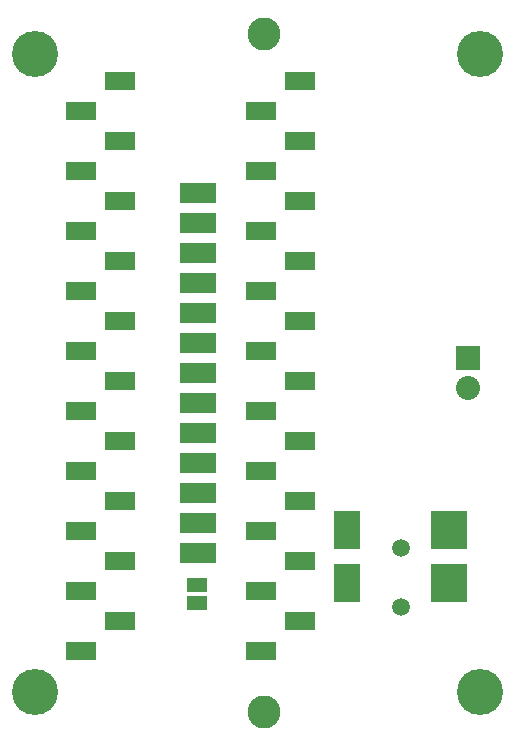
<source format=gts>
G04 (created by PCBNEW-RS274X (2011-07-19)-testing) date Thu 29 Dec 2011 06:25:09 PM PST*
G01*
G70*
G90*
%MOIN*%
G04 Gerber Fmt 3.4, Leading zero omitted, Abs format*
%FSLAX34Y34*%
G04 APERTURE LIST*
%ADD10C,0.006000*%
%ADD11C,0.153900*%
%ADD12R,0.120000X0.070000*%
%ADD13C,0.110000*%
%ADD14C,0.059000*%
%ADD15R,0.087000X0.130000*%
%ADD16R,0.122400X0.130000*%
%ADD17R,0.065000X0.045000*%
%ADD18R,0.080000X0.080000*%
%ADD19C,0.080000*%
%ADD20R,0.098700X0.059400*%
G04 APERTURE END LIST*
G54D10*
G54D11*
X40621Y-40788D03*
X40621Y-62066D03*
X55442Y-40788D03*
X55442Y-62066D03*
G54D12*
X46031Y-45427D03*
X46031Y-46427D03*
X46031Y-47427D03*
X46031Y-48427D03*
X46031Y-49427D03*
X46031Y-50427D03*
X46031Y-51427D03*
X46031Y-52427D03*
X46031Y-53427D03*
X46031Y-54427D03*
X46031Y-55427D03*
X46031Y-56427D03*
X46031Y-57427D03*
G54D13*
X48251Y-40127D03*
X48251Y-62727D03*
G54D14*
X52800Y-59240D03*
X52800Y-57272D03*
G54D15*
X51005Y-56681D03*
X51005Y-58453D03*
G54D16*
X54414Y-58453D03*
X54414Y-56681D03*
G54D17*
X46000Y-58500D03*
X46000Y-59100D03*
G54D18*
X55031Y-50927D03*
G54D19*
X55031Y-51927D03*
G54D20*
X48146Y-60700D03*
X49450Y-59700D03*
X48146Y-58700D03*
X49450Y-57700D03*
X48146Y-56700D03*
X49450Y-55700D03*
X48146Y-54700D03*
X49450Y-53700D03*
X48146Y-52700D03*
X49450Y-51700D03*
X48146Y-50700D03*
X49450Y-49700D03*
X48146Y-48700D03*
X49450Y-47700D03*
X48146Y-46700D03*
X49450Y-45700D03*
X48146Y-44700D03*
X49450Y-43700D03*
X48146Y-42700D03*
X49450Y-41700D03*
X43454Y-41700D03*
X42150Y-42700D03*
X43454Y-43700D03*
X42150Y-44700D03*
X43454Y-45700D03*
X42150Y-46700D03*
X43454Y-47700D03*
X42150Y-48700D03*
X43454Y-49700D03*
X42150Y-50700D03*
X43454Y-51700D03*
X42150Y-52700D03*
X43454Y-53700D03*
X42150Y-54700D03*
X43454Y-55700D03*
X42150Y-56700D03*
X43454Y-57700D03*
X42150Y-58700D03*
X43454Y-59700D03*
X42150Y-60700D03*
M02*

</source>
